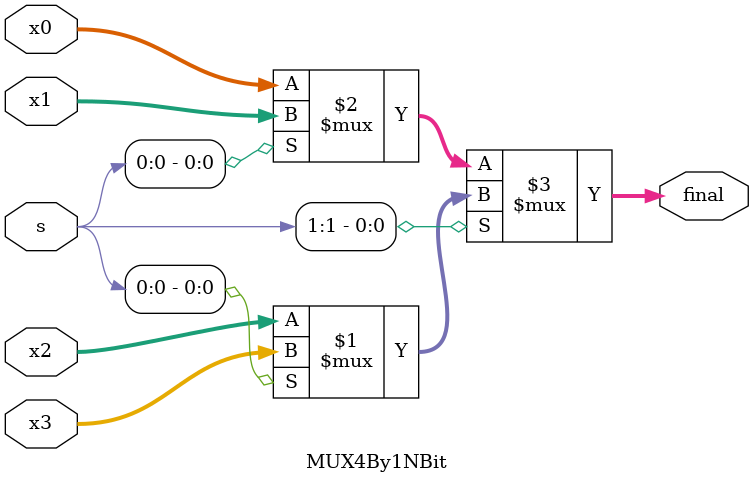
<source format=v>
`timescale 1ns / 1ps

module MUX4By1NBit # (parameter N = 32)(
    input [N-1:0] x0,
    input [N-1:0] x1,
    input [N-1:0] x2,
    input [N-1:0] x3,
    input [1:0] s,
    output [N-1:0] final
);
    assign final = s[1] ? (s[0] ? x3 : x2) : (s[0] ? x1 : x0);

endmodule
</source>
